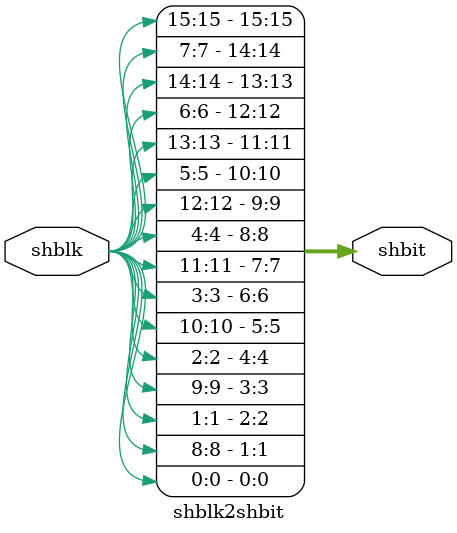
<source format=v>
module shblk2shbit
#
(
    parameter d = 2,
    parameter width = 8
)
(
    shblk,
    shbit
);

// IOs
input [d*width-1:0] shblk;
output [d*width-1:0] shbit;

genvar i,j;
generate
for(i=0;i<width;i=i+1) begin
    for(j=0;j<d;j=j+1) begin
        assign shbit[d*i + j] = shblk[width*j + i];
    end
end
endgenerate


endmodule

</source>
